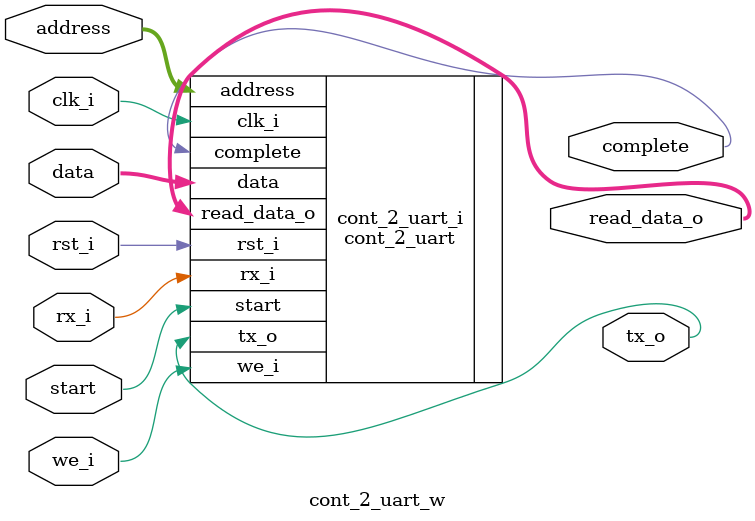
<source format=v>

module cont_2_uart_w (
clk_i, // The master clock for this module
rst_i, // Synchronous reset.
rx_i, // Incoming serial line
tx_o,  // Outgoing serial line
address, // address to send 
start,
complete, //transation complete
data,
we_i,
read_data_o);


input  wire           clk_i; // The master clock for this module
input  wire          rst_i; // Synchronous reset.
input  wire          rx_i; // Incoming serial line
output wire          tx_o;  // Outgoing serial line
input wire [12:0] address; // address to send 
input  wire start; //0->1 transmits address and opt data
output wire complete; //transation complete
input wire  [31:0] data;
input wire           we_i;
output wire [31:0] read_data_o;

    



cont_2_uart cont_2_uart_i(
   .clk_i(clk_i), // The master clock for this module
   .rst_i(rst_i), // Synchronous reset.
   .rx_i(rx_i), // Incoming serial line
   .tx_o(tx_o),  // Outgoing serial line
   .address(address), // address to send 
   .start(start), //0->1 transmits address and opt data
   .complete(complete), //transation complete
   .data(data),
   .we_i(we_i),
   .read_data_o(read_data_o) );
   
   endmodule
    
</source>
